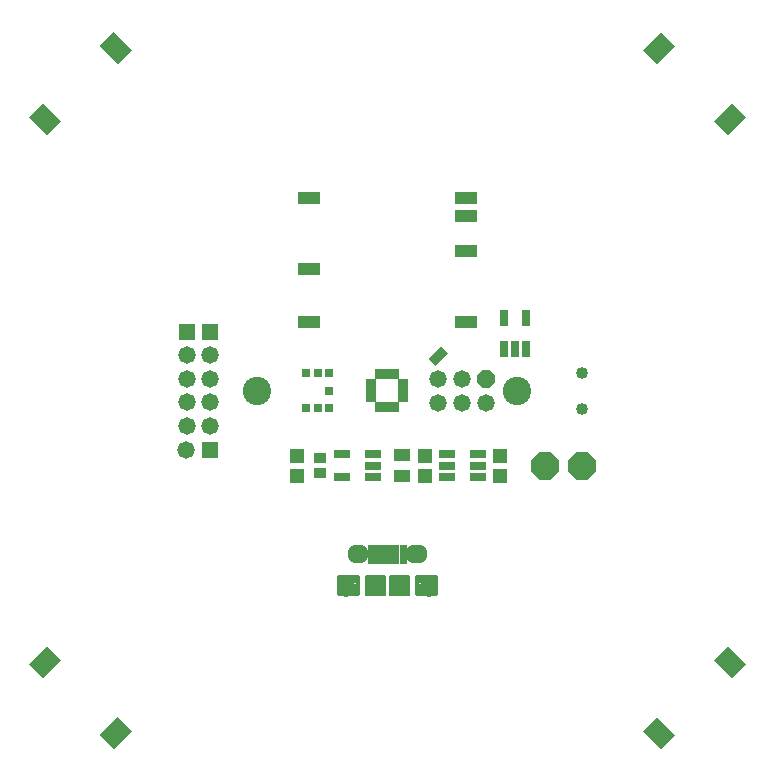
<source format=gbs>
G75*
G70*
%OFA0B0*%
%FSLAX24Y24*%
%IPPOS*%
%LPD*%
%AMOC8*
5,1,8,0,0,1.08239X$1,22.5*
%
%ADD10C,0.0946*%
%ADD11R,0.0552X0.0297*%
%ADD12R,0.0434X0.0356*%
%ADD13OC8,0.0930*%
%ADD14R,0.0474X0.0513*%
%ADD15R,0.0552X0.0395*%
%ADD16R,0.0190X0.0336*%
%ADD17R,0.0336X0.0190*%
%ADD18R,0.0316X0.0552*%
%ADD19C,0.0580*%
%ADD20C,0.0570*%
%ADD21C,0.0552*%
%ADD22C,0.0024*%
%ADD23C,0.0146*%
%ADD24C,0.0464*%
%ADD25C,0.0068*%
%ADD26R,0.0316X0.0277*%
%ADD27R,0.0277X0.0316*%
%ADD28R,0.0671X0.0867*%
%ADD29C,0.0400*%
%ADD30OC8,0.0580*%
%ADD31R,0.0580X0.0580*%
%ADD32R,0.0769X0.0434*%
%ADD33R,0.0580X0.0330*%
D10*
X019401Y023732D03*
X028063Y023732D03*
D11*
X026744Y021606D03*
X026744Y021232D03*
X026744Y020858D03*
X025720Y020858D03*
X025720Y021232D03*
X025720Y021606D03*
X023244Y021606D03*
X023244Y021232D03*
X023244Y020858D03*
X022220Y020858D03*
X022220Y021606D03*
D12*
X021482Y021488D03*
X021482Y020976D03*
D13*
X028982Y021232D03*
X030232Y021232D03*
D14*
X027482Y021567D03*
X027482Y020897D03*
X024982Y020897D03*
X024982Y021567D03*
X020732Y021567D03*
X020732Y020897D03*
D15*
X024232Y020878D03*
X024232Y021586D03*
D16*
X024027Y023193D03*
X023830Y023193D03*
X023633Y023193D03*
X023437Y023193D03*
X023437Y024271D03*
X023633Y024271D03*
X023830Y024271D03*
X024027Y024271D03*
D17*
X024271Y024027D03*
X024271Y023830D03*
X024271Y023633D03*
X024271Y023437D03*
X023193Y023437D03*
X023193Y023633D03*
X023193Y023830D03*
X023193Y024027D03*
D18*
X027608Y025118D03*
X027982Y025118D03*
X028356Y025118D03*
X028356Y026146D03*
X027608Y026146D03*
D19*
X026232Y024132D03*
X026232Y023332D03*
X027032Y023332D03*
X025432Y023332D03*
X025432Y024132D03*
X024762Y018292D03*
X017826Y022551D03*
X017039Y022551D03*
X017039Y023338D03*
X017039Y024126D03*
X017039Y024913D03*
X017826Y024913D03*
X017826Y024126D03*
X017826Y023338D03*
X017033Y021763D03*
D20*
X022702Y018292D03*
X022802Y018292D03*
X024662Y018292D03*
D21*
X025112Y017332D03*
X025112Y017132D03*
X022352Y017132D03*
X022352Y017332D03*
D22*
X023104Y018585D02*
X023320Y018585D01*
X023320Y017999D01*
X023104Y017999D01*
X023104Y018585D01*
X023104Y018022D02*
X023320Y018022D01*
X023320Y018045D02*
X023104Y018045D01*
X023104Y018068D02*
X023320Y018068D01*
X023320Y018091D02*
X023104Y018091D01*
X023104Y018114D02*
X023320Y018114D01*
X023320Y018137D02*
X023104Y018137D01*
X023104Y018160D02*
X023320Y018160D01*
X023320Y018183D02*
X023104Y018183D01*
X023104Y018206D02*
X023320Y018206D01*
X023320Y018229D02*
X023104Y018229D01*
X023104Y018252D02*
X023320Y018252D01*
X023320Y018275D02*
X023104Y018275D01*
X023104Y018298D02*
X023320Y018298D01*
X023320Y018321D02*
X023104Y018321D01*
X023104Y018344D02*
X023320Y018344D01*
X023320Y018367D02*
X023104Y018367D01*
X023104Y018390D02*
X023320Y018390D01*
X023320Y018413D02*
X023104Y018413D01*
X023104Y018436D02*
X023320Y018436D01*
X023320Y018459D02*
X023104Y018459D01*
X023104Y018482D02*
X023320Y018482D01*
X023320Y018505D02*
X023104Y018505D01*
X023104Y018528D02*
X023320Y018528D01*
X023320Y018551D02*
X023104Y018551D01*
X023104Y018574D02*
X023320Y018574D01*
X023364Y018585D02*
X023580Y018585D01*
X023580Y017999D01*
X023364Y017999D01*
X023364Y018585D01*
X023364Y018022D02*
X023580Y018022D01*
X023580Y018045D02*
X023364Y018045D01*
X023364Y018068D02*
X023580Y018068D01*
X023580Y018091D02*
X023364Y018091D01*
X023364Y018114D02*
X023580Y018114D01*
X023580Y018137D02*
X023364Y018137D01*
X023364Y018160D02*
X023580Y018160D01*
X023580Y018183D02*
X023364Y018183D01*
X023364Y018206D02*
X023580Y018206D01*
X023580Y018229D02*
X023364Y018229D01*
X023364Y018252D02*
X023580Y018252D01*
X023580Y018275D02*
X023364Y018275D01*
X023364Y018298D02*
X023580Y018298D01*
X023580Y018321D02*
X023364Y018321D01*
X023364Y018344D02*
X023580Y018344D01*
X023580Y018367D02*
X023364Y018367D01*
X023364Y018390D02*
X023580Y018390D01*
X023580Y018413D02*
X023364Y018413D01*
X023364Y018436D02*
X023580Y018436D01*
X023580Y018459D02*
X023364Y018459D01*
X023364Y018482D02*
X023580Y018482D01*
X023580Y018505D02*
X023364Y018505D01*
X023364Y018528D02*
X023580Y018528D01*
X023580Y018551D02*
X023364Y018551D01*
X023364Y018574D02*
X023580Y018574D01*
X023624Y018585D02*
X023840Y018585D01*
X023840Y017999D01*
X023624Y017999D01*
X023624Y018585D01*
X023624Y018022D02*
X023840Y018022D01*
X023840Y018045D02*
X023624Y018045D01*
X023624Y018068D02*
X023840Y018068D01*
X023840Y018091D02*
X023624Y018091D01*
X023624Y018114D02*
X023840Y018114D01*
X023840Y018137D02*
X023624Y018137D01*
X023624Y018160D02*
X023840Y018160D01*
X023840Y018183D02*
X023624Y018183D01*
X023624Y018206D02*
X023840Y018206D01*
X023840Y018229D02*
X023624Y018229D01*
X023624Y018252D02*
X023840Y018252D01*
X023840Y018275D02*
X023624Y018275D01*
X023624Y018298D02*
X023840Y018298D01*
X023840Y018321D02*
X023624Y018321D01*
X023624Y018344D02*
X023840Y018344D01*
X023840Y018367D02*
X023624Y018367D01*
X023624Y018390D02*
X023840Y018390D01*
X023840Y018413D02*
X023624Y018413D01*
X023624Y018436D02*
X023840Y018436D01*
X023840Y018459D02*
X023624Y018459D01*
X023624Y018482D02*
X023840Y018482D01*
X023840Y018505D02*
X023624Y018505D01*
X023624Y018528D02*
X023840Y018528D01*
X023840Y018551D02*
X023624Y018551D01*
X023624Y018574D02*
X023840Y018574D01*
X023884Y018585D02*
X024100Y018585D01*
X024100Y017999D01*
X023884Y017999D01*
X023884Y018585D01*
X023884Y018022D02*
X024100Y018022D01*
X024100Y018045D02*
X023884Y018045D01*
X023884Y018068D02*
X024100Y018068D01*
X024100Y018091D02*
X023884Y018091D01*
X023884Y018114D02*
X024100Y018114D01*
X024100Y018137D02*
X023884Y018137D01*
X023884Y018160D02*
X024100Y018160D01*
X024100Y018183D02*
X023884Y018183D01*
X023884Y018206D02*
X024100Y018206D01*
X024100Y018229D02*
X023884Y018229D01*
X023884Y018252D02*
X024100Y018252D01*
X024100Y018275D02*
X023884Y018275D01*
X023884Y018298D02*
X024100Y018298D01*
X024100Y018321D02*
X023884Y018321D01*
X023884Y018344D02*
X024100Y018344D01*
X024100Y018367D02*
X023884Y018367D01*
X023884Y018390D02*
X024100Y018390D01*
X024100Y018413D02*
X023884Y018413D01*
X023884Y018436D02*
X024100Y018436D01*
X024100Y018459D02*
X023884Y018459D01*
X023884Y018482D02*
X024100Y018482D01*
X024100Y018505D02*
X023884Y018505D01*
X023884Y018528D02*
X024100Y018528D01*
X024100Y018551D02*
X023884Y018551D01*
X023884Y018574D02*
X024100Y018574D01*
X024144Y018585D02*
X024360Y018585D01*
X024360Y017999D01*
X024144Y017999D01*
X024144Y018585D01*
X024144Y018022D02*
X024360Y018022D01*
X024360Y018045D02*
X024144Y018045D01*
X024144Y018068D02*
X024360Y018068D01*
X024360Y018091D02*
X024144Y018091D01*
X024144Y018114D02*
X024360Y018114D01*
X024360Y018137D02*
X024144Y018137D01*
X024144Y018160D02*
X024360Y018160D01*
X024360Y018183D02*
X024144Y018183D01*
X024144Y018206D02*
X024360Y018206D01*
X024360Y018229D02*
X024144Y018229D01*
X024144Y018252D02*
X024360Y018252D01*
X024360Y018275D02*
X024144Y018275D01*
X024144Y018298D02*
X024360Y018298D01*
X024360Y018321D02*
X024144Y018321D01*
X024144Y018344D02*
X024360Y018344D01*
X024360Y018367D02*
X024144Y018367D01*
X024144Y018390D02*
X024360Y018390D01*
X024360Y018413D02*
X024144Y018413D01*
X024144Y018436D02*
X024360Y018436D01*
X024360Y018459D02*
X024144Y018459D01*
X024144Y018482D02*
X024360Y018482D01*
X024360Y018505D02*
X024144Y018505D01*
X024144Y018528D02*
X024360Y018528D01*
X024360Y018551D02*
X024144Y018551D01*
X024144Y018574D02*
X024360Y018574D01*
D23*
X024715Y017524D02*
X025349Y017524D01*
X025349Y016940D01*
X024715Y016940D01*
X024715Y017524D01*
X024715Y017085D02*
X025349Y017085D01*
X025349Y017230D02*
X024715Y017230D01*
X024715Y017375D02*
X025349Y017375D01*
X025349Y017520D02*
X024715Y017520D01*
X022749Y017524D02*
X022115Y017524D01*
X022749Y017524D02*
X022749Y016940D01*
X022115Y016940D01*
X022115Y017524D01*
X022115Y017085D02*
X022749Y017085D01*
X022749Y017230D02*
X022115Y017230D01*
X022115Y017375D02*
X022749Y017375D01*
X022749Y017520D02*
X022115Y017520D01*
D24*
X022644Y018350D02*
X022860Y018350D01*
X022860Y018234D01*
X022644Y018234D01*
X022644Y018350D01*
X024604Y018350D02*
X024820Y018350D01*
X024820Y018234D01*
X024604Y018234D01*
X024604Y018350D01*
D25*
X024458Y017538D02*
X023806Y017538D01*
X024458Y017538D02*
X024458Y016926D01*
X023806Y016926D01*
X023806Y017538D01*
X023806Y016993D02*
X024458Y016993D01*
X024458Y017060D02*
X023806Y017060D01*
X023806Y017127D02*
X024458Y017127D01*
X024458Y017194D02*
X023806Y017194D01*
X023806Y017261D02*
X024458Y017261D01*
X024458Y017328D02*
X023806Y017328D01*
X023806Y017395D02*
X024458Y017395D01*
X024458Y017462D02*
X023806Y017462D01*
X023806Y017529D02*
X024458Y017529D01*
X023658Y017538D02*
X023006Y017538D01*
X023658Y017538D02*
X023658Y016926D01*
X023006Y016926D01*
X023006Y017538D01*
X023006Y016993D02*
X023658Y016993D01*
X023658Y017060D02*
X023006Y017060D01*
X023006Y017127D02*
X023658Y017127D01*
X023658Y017194D02*
X023006Y017194D01*
X023006Y017261D02*
X023658Y017261D01*
X023658Y017328D02*
X023006Y017328D01*
X023006Y017395D02*
X023658Y017395D01*
X023658Y017462D02*
X023006Y017462D01*
X023006Y017529D02*
X023658Y017529D01*
D26*
X021803Y023161D03*
X021409Y023161D03*
X021015Y023161D03*
X021015Y024303D03*
X021409Y024303D03*
X021803Y024303D03*
D27*
X021803Y023732D03*
D28*
G36*
X012384Y015220D02*
X012858Y014746D01*
X012246Y014134D01*
X011772Y014608D01*
X012384Y015220D01*
G37*
G36*
X014746Y012858D02*
X015220Y012384D01*
X014608Y011772D01*
X014134Y012246D01*
X014746Y012858D01*
G37*
G36*
X032244Y012384D02*
X032718Y012858D01*
X033330Y012246D01*
X032856Y011772D01*
X032244Y012384D01*
G37*
G36*
X034606Y014746D02*
X035080Y015220D01*
X035692Y014608D01*
X035218Y014134D01*
X034606Y014746D01*
G37*
G36*
X035218Y033330D02*
X035692Y032856D01*
X035080Y032244D01*
X034606Y032718D01*
X035218Y033330D01*
G37*
G36*
X032856Y035692D02*
X033330Y035218D01*
X032718Y034606D01*
X032244Y035080D01*
X032856Y035692D01*
G37*
G36*
X015220Y035080D02*
X014746Y034606D01*
X014134Y035218D01*
X014608Y035692D01*
X015220Y035080D01*
G37*
G36*
X012858Y032718D02*
X012384Y032244D01*
X011772Y032856D01*
X012246Y033330D01*
X012858Y032718D01*
G37*
D29*
X030232Y024332D03*
X030232Y023132D03*
D30*
X027032Y024132D03*
D31*
X017826Y025700D03*
X017039Y025700D03*
X017833Y021763D03*
D32*
X021124Y026011D03*
X021124Y027783D03*
X021124Y030145D03*
X026340Y030145D03*
X026340Y029554D03*
X026340Y028373D03*
X026340Y026011D03*
D33*
G36*
X025111Y024794D02*
X025520Y025203D01*
X025753Y024970D01*
X025344Y024561D01*
X025111Y024794D01*
G37*
M02*

</source>
